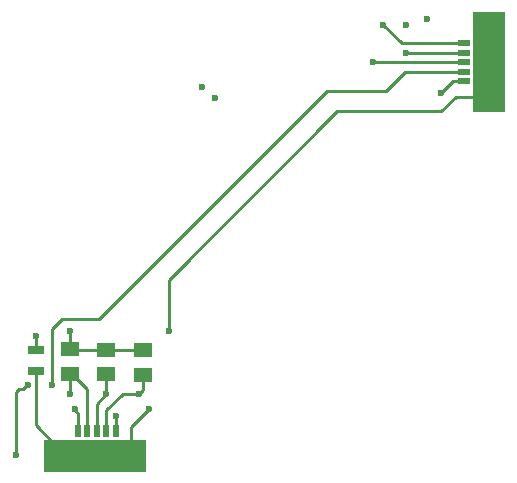
<source format=gtl>
G04*
G04 #@! TF.GenerationSoftware,Altium Limited,Altium Designer,24.1.2 (44)*
G04*
G04 Layer_Physical_Order=1*
G04 Layer_Color=255*
%FSLAX25Y25*%
%MOIN*%
G70*
G04*
G04 #@! TF.SameCoordinates,00511CFA-0F04-46CA-AFF9-E4457DF0149F*
G04*
G04*
G04 #@! TF.FilePolarity,Positive*
G04*
G01*
G75*
%ADD13R,0.03937X0.01968*%
%ADD14R,0.06693X0.04724*%
%ADD17R,0.01968X0.03937*%
%ADD18R,0.04724X0.06693*%
G04:AMPARAMS|DCode=20|XSize=51.18mil|YSize=29.92mil|CornerRadius=3.74mil|HoleSize=0mil|Usage=FLASHONLY|Rotation=180.000|XOffset=0mil|YOffset=0mil|HoleType=Round|Shape=RoundedRectangle|*
%AMROUNDEDRECTD20*
21,1,0.05118,0.02244,0,0,180.0*
21,1,0.04370,0.02992,0,0,180.0*
1,1,0.00748,-0.02185,0.01122*
1,1,0.00748,0.02185,0.01122*
1,1,0.00748,0.02185,-0.01122*
1,1,0.00748,-0.02185,-0.01122*
%
%ADD20ROUNDEDRECTD20*%
%ADD21R,0.05906X0.04724*%
%ADD22C,0.01000*%
%ADD23R,0.33872X0.10582*%
%ADD24R,0.10582X0.33661*%
%ADD25C,0.02362*%
D13*
X-15630Y132123D02*
D03*
Y135272D02*
D03*
Y138422D02*
D03*
Y141572D02*
D03*
Y144721D02*
D03*
D14*
X-7953Y127005D02*
D03*
Y149839D02*
D03*
D17*
X-144331Y15364D02*
D03*
X-141181D02*
D03*
X-138031D02*
D03*
X-134882D02*
D03*
X-131732D02*
D03*
D18*
X-149449Y7687D02*
D03*
X-126614D02*
D03*
D20*
X-158126Y35354D02*
D03*
Y42401D02*
D03*
D21*
X-134964Y34370D02*
D03*
Y42638D02*
D03*
X-122617Y34241D02*
D03*
X-122617Y42508D02*
D03*
X-146920Y34567D02*
D03*
X-146920Y42834D02*
D03*
D22*
X-34824Y141572D02*
X-15630D01*
X-45922Y138500D02*
X-15708D01*
X-15630Y138422D01*
X-46000Y138579D02*
X-45922Y138500D01*
X-61208Y128913D02*
X-41745D01*
X-35385Y135272D01*
X-15630D01*
X-42642Y151000D02*
X-36363Y144721D01*
X-15630D01*
X-23120Y128221D02*
X-19218Y132123D01*
X-15630D01*
X-145315Y22709D02*
Y22894D01*
Y22341D02*
Y22709D01*
X-144331Y15364D02*
Y21356D01*
X-145315Y22341D02*
X-144331Y21356D01*
X-146330Y34567D02*
X-141181Y29418D01*
Y15364D02*
Y29418D01*
X-146920Y34567D02*
X-146330D01*
X-138031Y15364D02*
Y24671D01*
X-134882Y27821D01*
X-129256Y27999D02*
X-123850D01*
X-134882Y15364D02*
Y22374D01*
X-129256Y27999D01*
X-131732Y15364D02*
Y20424D01*
X-126614Y7687D02*
Y16973D01*
X-120693Y22894D01*
X-7592Y127005D02*
Y132819D01*
X-114039Y48871D02*
Y65904D01*
X-57900Y122043D01*
X-152876Y49663D02*
X-149539Y53000D01*
X-137121D01*
X-61208Y128913D01*
X-57900Y122043D02*
X-23120D01*
X-18158Y127005D01*
X-7953D01*
X-7587Y143399D02*
X-7581Y143405D01*
X-7592Y132819D02*
X-7587Y132825D01*
Y143399D01*
X-152876Y30959D02*
Y49663D01*
X-161176Y30959D02*
X-160807D01*
X-146920Y48871D02*
X-146791Y49000D01*
X-146920Y42834D02*
Y48871D01*
Y42834D02*
X-146723Y42638D01*
X-7581Y143405D02*
Y149592D01*
X-7685Y149697D02*
X-7581Y149592D01*
X-132405Y7687D02*
X-126614D01*
X-143137D02*
X-132405D01*
X-149449D02*
X-143137D01*
X-46000Y138579D02*
X-45904D01*
X-123850Y27999D02*
X-122617Y29232D01*
X-134882Y27821D02*
Y34288D01*
X-164989Y28553D02*
X-163945Y29598D01*
X-162537D01*
X-161176Y30959D01*
X-158126Y17348D02*
Y35354D01*
Y17348D02*
X-149449Y8671D01*
X-164989Y7508D02*
Y28553D01*
X-144610Y15643D02*
X-144331Y15364D01*
X-146920Y27821D02*
X-146660Y27560D01*
X-146920Y27821D02*
Y34567D01*
X-146723Y42638D02*
X-134964D01*
X-122747D01*
X-122617Y42508D01*
X-158126Y42401D02*
Y47165D01*
X-149449Y7687D02*
Y8671D01*
X-122617Y29232D02*
Y34241D01*
X-134964Y34370D02*
X-134882Y34288D01*
X-138031Y15364D02*
X-137963Y15433D01*
D23*
X-138489Y7303D02*
D03*
D24*
X-7221Y138577D02*
D03*
D25*
X-34824Y141572D02*
D03*
X-114039Y48871D02*
D03*
X-120693Y22894D02*
D03*
X-152876Y30959D02*
D03*
X-146920Y48871D02*
D03*
X-7592Y132819D02*
D03*
X-7581Y143405D02*
D03*
X-23120Y128221D02*
D03*
X-46000Y138579D02*
D03*
X-28000Y153000D02*
D03*
X-160807Y30803D02*
D03*
X-34866Y151000D02*
D03*
X-42642D02*
D03*
X-102815Y130034D02*
D03*
X-98775Y126596D02*
D03*
X-160807Y30959D02*
D03*
X-131732Y20424D02*
D03*
X-145315Y22709D02*
D03*
X-143137Y7687D02*
D03*
X-132405D02*
D03*
X-146920Y27821D02*
D03*
X-158126Y47165D02*
D03*
X-123850Y27999D02*
D03*
X-134882Y27821D02*
D03*
X-164989Y7508D02*
D03*
M02*

</source>
